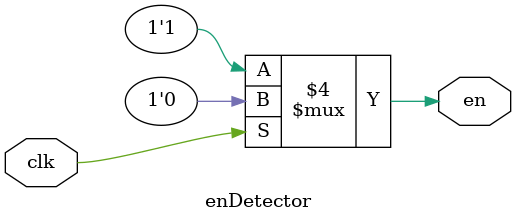
<source format=v>
module enDetector(
	input clk,
	output reg en
    );
	always @(clk) begin
		if(~clk) begin
			en = 1;
		end
		else begin
			en = 0;
		end
	end


endmodule

</source>
